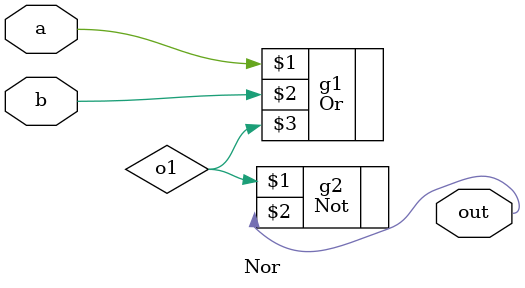
<source format=v>
`ifndef NOR_V
`define NOR_V
`include "or.v"
`include "not.v"

module Nor(input a, b, output out);
    Or g1(a, b, o1);
    Not g2(o1, out);
endmodule
`endif 
</source>
